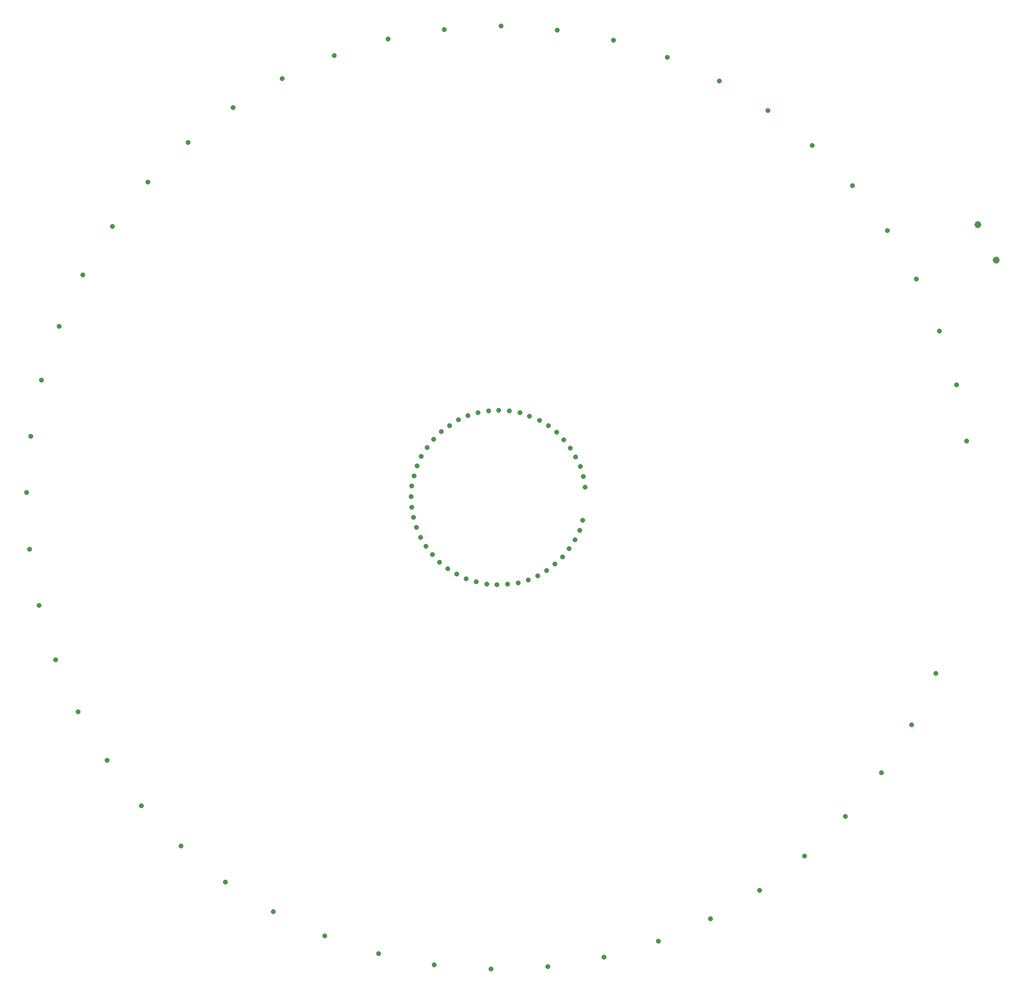
<source format=gbr>
%TF.GenerationSoftware,Altium Limited,Altium Designer,21.9.2 (33)*%
G04 Layer_Color=0*
%FSLAX45Y45*%
%MOMM*%
%TF.SameCoordinates,B78EE042-0323-46B1-AAD3-62A74F185881*%
%TF.FilePolarity,Positive*%
%TF.FileFunction,Plated,1,2,PTH,Drill*%
%TF.Part,Single*%
G01*
G75*
%TA.AperFunction,ViaDrill,NotFilled*%
%ADD14C,1.00000*%
%ADD15C,0.70000*%
D14*
X7126779Y3398169D02*
D03*
X6860218Y3912059D02*
D03*
D15*
X4383774Y-5132740D02*
D03*
X705567Y-6713022D02*
D03*
X3735393Y-5622218D02*
D03*
X-916080Y-6687547D02*
D03*
X-1712866Y-6529057D02*
D03*
X-1216973Y-285439D02*
D03*
X-1242451Y-137168D02*
D03*
X-1249931Y13090D02*
D03*
X-1239306Y163158D02*
D03*
X-1210729Y310862D02*
D03*
X6262894Y-2517667D02*
D03*
X-106024Y-6749167D02*
D03*
X1030157Y708007D02*
D03*
X937638Y826639D02*
D03*
X831538Y933297D02*
D03*
X584912Y1104707D02*
D03*
X713392Y1026436D02*
D03*
X-724101Y-1018909D02*
D03*
X-841265Y-924538D02*
D03*
X-1037515Y-697181D02*
D03*
X-946243Y-816775D02*
D03*
X-1113758Y-567488D02*
D03*
X-821719Y941954D02*
D03*
X-928931Y836413D02*
D03*
X-1022687Y718756D02*
D03*
X-1101629Y590688D02*
D03*
X-1164614Y454064D02*
D03*
X-596448Y-1098521D02*
D03*
X-460156Y-1162220D02*
D03*
X-317197Y-1209084D02*
D03*
X-169644Y-1238434D02*
D03*
X-19634Y-1249845D02*
D03*
X-1173867Y-429574D02*
D03*
X-6571657Y-1541368D02*
D03*
X-6709236Y-740706D02*
D03*
X-6537936Y1678657D02*
D03*
X-6692252Y881052D02*
D03*
X-6749629Y70685D02*
D03*
X2418983Y6301667D02*
D03*
X3158526Y5965418D02*
D03*
X1644401Y6546636D02*
D03*
X845999Y6696774D02*
D03*
X3852316Y5542757D02*
D03*
X4490304Y5039807D02*
D03*
X35343Y6749907D02*
D03*
X3032903Y-6030256D02*
D03*
X2286481Y-6350945D02*
D03*
X1506938Y-6579638D02*
D03*
X-775826Y6705266D02*
D03*
X-3220821Y-5932015D02*
D03*
X-3910148Y-5502112D02*
D03*
X-4542834Y-4992509D02*
D03*
X-2484841Y-6275991D02*
D03*
X-5109716Y-4410589D02*
D03*
X-5602582Y-3764779D02*
D03*
X-6014294Y-3064436D02*
D03*
X-6338886Y-2319703D02*
D03*
X1095383Y-602192D02*
D03*
X1015104Y-729426D02*
D03*
X920121Y-846095D02*
D03*
X811810Y-950507D02*
D03*
X691739Y-1041151D02*
D03*
X561649Y-1116714D02*
D03*
X423422Y-1176101D02*
D03*
X279062Y-1218451D02*
D03*
X130661Y-1243152D02*
D03*
X1159795Y-466235D02*
D03*
X6701112Y810924D02*
D03*
X1207407Y-323524D02*
D03*
X-5948798Y3189718D02*
D03*
X-5522510Y3881285D02*
D03*
X-5016227Y4516631D02*
D03*
X-6288915Y2451946D02*
D03*
X1213917Y298167D02*
D03*
X1240946Y150171D02*
D03*
X1107754Y579120D02*
D03*
X1169304Y441843D02*
D03*
X5915070Y-3251837D02*
D03*
X5481563Y-3938903D02*
D03*
X4968655Y-4568912D02*
D03*
X-1575756Y6563496D02*
D03*
X-573312Y1110771D02*
D03*
X-435715Y1171602D02*
D03*
X-702604Y1033850D02*
D03*
X6545Y1249983D02*
D03*
X156666Y1240143D02*
D03*
X304519Y1212339D02*
D03*
X447960Y1166975D02*
D03*
X6314247Y2385955D02*
D03*
X6555156Y1610101D02*
D03*
X5063249Y4463855D02*
D03*
X5562851Y3823242D02*
D03*
X5981874Y3127248D02*
D03*
X-291807Y1215462D02*
D03*
X-3794063Y5582794D02*
D03*
X-3095884Y5998166D02*
D03*
X-2352861Y6326653D02*
D03*
X-4437282Y5086552D02*
D03*
X-143671Y1241716D02*
D03*
%TF.MD5,9f8590715eddafa1376fc383a64c0c2a*%
M02*

</source>
